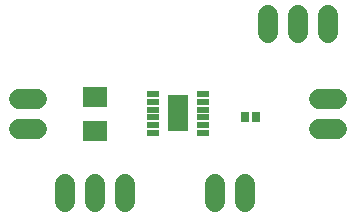
<source format=gbr>
G04 EAGLE Gerber X2 export*
%TF.Part,Single*%
%TF.FileFunction,Soldermask,Top,1*%
%TF.FilePolarity,Negative*%
%TF.GenerationSoftware,Autodesk,EAGLE,9.0.0*%
%TF.CreationDate,2018-05-01T19:04:04Z*%
G75*
%MOMM*%
%FSLAX34Y34*%
%LPD*%
%AMOC8*
5,1,8,0,0,1.08239X$1,22.5*%
G01*
%ADD10R,1.103200X0.603200*%
%ADD11R,1.803200X3.103200*%
%ADD12R,0.803200X0.903200*%
%ADD13C,1.727200*%
%ADD14R,2.006200X1.803200*%


D10*
X186600Y98300D03*
X186600Y104800D03*
X186600Y111300D03*
X186600Y117800D03*
X186600Y124300D03*
X186600Y130800D03*
X144600Y130900D03*
X144600Y124400D03*
X144600Y117900D03*
X144600Y111400D03*
X144600Y104900D03*
X144600Y98400D03*
D11*
X165600Y114800D03*
D12*
X231775Y111300D03*
X221775Y111300D03*
D13*
X45720Y101600D02*
X30480Y101600D01*
X30480Y127000D02*
X45720Y127000D01*
X284480Y101600D02*
X299720Y101600D01*
X299720Y127000D02*
X284480Y127000D01*
X292100Y182880D02*
X292100Y198120D01*
X266700Y198120D02*
X266700Y182880D01*
X241300Y182880D02*
X241300Y198120D01*
X222250Y55245D02*
X222250Y40005D01*
X196850Y40005D02*
X196850Y55245D01*
X69850Y55245D02*
X69850Y40005D01*
X95250Y40005D02*
X95250Y55245D01*
X120650Y55245D02*
X120650Y40005D01*
D14*
X95250Y128520D03*
X95250Y100080D03*
M02*

</source>
